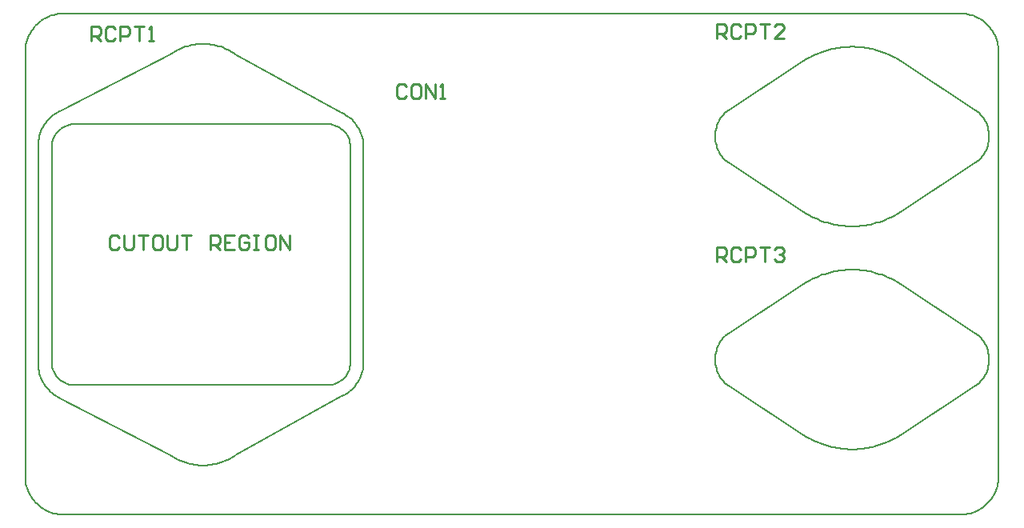
<source format=gto>
G04*
G04 #@! TF.GenerationSoftware,Altium Limited,Altium Designer,20.0.13 (296)*
G04*
G04 Layer_Color=65535*
%FSLAX44Y44*%
%MOMM*%
G71*
G01*
G75*
%ADD10C,0.2000*%
%ADD11C,0.2540*%
D10*
X613655Y909252D02*
X613734Y906733D01*
X613972Y904224D01*
X614368Y901734D01*
X614919Y899275D01*
X615625Y896855D01*
X616481Y894484D01*
X617485Y892172D01*
X618632Y889928D01*
X619919Y887760D01*
X621340Y885678D01*
X622889Y883690D01*
X624560Y881803D01*
X626347Y880025D01*
X628242Y878363D01*
X630238Y876823D01*
X632327Y875413D01*
X634500Y874137D01*
X636750Y873000D01*
X934905Y874998D02*
X937154Y876134D01*
X939328Y877411D01*
X941417Y878821D01*
X943413Y880360D01*
X945308Y882022D01*
X947095Y883800D01*
X948766Y885687D01*
X950315Y887676D01*
X951736Y889758D01*
X953022Y891926D01*
X954170Y894170D01*
X955174Y896482D01*
X956030Y898852D01*
X956736Y901272D01*
X957287Y903732D01*
X957683Y906221D01*
X957921Y908731D01*
X958000Y911250D01*
X753585Y812851D02*
X755686Y811445D01*
X757844Y810129D01*
X760055Y808905D01*
X762316Y807775D01*
X764623Y806742D01*
X766971Y805806D01*
X769356Y804970D01*
X771774Y804236D01*
X774222Y803604D01*
X776693Y803075D01*
X779185Y802651D01*
X781692Y802333D01*
X784211Y802120D01*
X786736Y802013D01*
X789264D01*
X791789Y802120D01*
X794308Y802333D01*
X796815Y802651D01*
X799307Y803075D01*
X801778Y803603D01*
X804225Y804236D01*
X806644Y804970D01*
X809029Y805806D01*
X811377Y806741D01*
X813684Y807775D01*
X815945Y808905D01*
X818156Y810129D01*
X820314Y811445D01*
X822414Y812851D01*
X636750Y1177000D02*
X634500Y1175863D01*
X632327Y1174587D01*
X630238Y1173177D01*
X628242Y1171637D01*
X626346Y1169975D01*
X624560Y1168197D01*
X622889Y1166310D01*
X621340Y1164322D01*
X619919Y1162240D01*
X618632Y1160072D01*
X617485Y1157828D01*
X616481Y1155516D01*
X615625Y1153145D01*
X614919Y1150725D01*
X614368Y1148266D01*
X613972Y1145776D01*
X613734Y1143267D01*
X613655Y1140748D01*
X958000Y1138750D02*
X957921Y1141269D01*
X957683Y1143779D01*
X957287Y1146268D01*
X956736Y1148728D01*
X956030Y1151148D01*
X955174Y1153518D01*
X954170Y1155830D01*
X953022Y1158074D01*
X951736Y1160242D01*
X950315Y1162324D01*
X948766Y1164313D01*
X947095Y1166200D01*
X945308Y1167978D01*
X943413Y1169640D01*
X941417Y1171179D01*
X939328Y1172589D01*
X937154Y1173866D01*
X934905Y1175002D01*
X822415Y1237149D02*
X820314Y1238555D01*
X818156Y1239871D01*
X815945Y1241095D01*
X813684Y1242225D01*
X811377Y1243259D01*
X809029Y1244194D01*
X806644Y1245030D01*
X804226Y1245764D01*
X801778Y1246396D01*
X799307Y1246925D01*
X796815Y1247349D01*
X794308Y1247667D01*
X791789Y1247880D01*
X789264Y1247987D01*
X786736D01*
X784211Y1247880D01*
X781692Y1247667D01*
X779185Y1247349D01*
X776693Y1246925D01*
X774222Y1246396D01*
X771774Y1245764D01*
X769356Y1245030D01*
X766971Y1244194D01*
X764623Y1243258D01*
X762316Y1242225D01*
X760055Y1241095D01*
X757844Y1239871D01*
X755686Y1238555D01*
X753585Y1237149D01*
X1522500Y996272D02*
X1520274Y997518D01*
X1518015Y998703D01*
X1515726Y999828D01*
X1513407Y1000890D01*
X1511060Y1001890D01*
X1508687Y1002827D01*
X1506290Y1003699D01*
X1503871Y1004507D01*
X1501431Y1005249D01*
X1498971Y1005926D01*
X1496495Y1006536D01*
X1494003Y1007080D01*
X1491497Y1007557D01*
X1488979Y1007966D01*
X1486451Y1008307D01*
X1483915Y1008581D01*
X1481372Y1008786D01*
X1478825Y1008923D01*
X1476275Y1008991D01*
X1473725D01*
X1471175Y1008923D01*
X1468628Y1008786D01*
X1466085Y1008581D01*
X1463549Y1008307D01*
X1461021Y1007966D01*
X1458504Y1007557D01*
X1455998Y1007080D01*
X1453506Y1006536D01*
X1451029Y1005926D01*
X1448569Y1005249D01*
X1446129Y1004507D01*
X1443710Y1003699D01*
X1441313Y1002827D01*
X1438940Y1001890D01*
X1436593Y1000890D01*
X1434274Y999828D01*
X1431985Y998704D01*
X1429726Y997518D01*
X1427500Y996273D01*
X1340251Y938749D02*
X1338549Y936920D01*
X1336981Y934975D01*
X1335556Y932922D01*
X1334281Y930774D01*
X1333163Y928540D01*
X1332207Y926231D01*
X1331418Y923861D01*
X1330800Y921440D01*
X1330356Y918981D01*
X1330089Y916497D01*
X1330000Y914000D01*
X1330089Y911503D01*
X1330356Y909019D01*
X1330800Y906560D01*
X1331418Y904139D01*
X1332207Y901769D01*
X1333163Y899461D01*
X1334281Y897226D01*
X1335556Y895078D01*
X1336981Y893025D01*
X1338549Y891080D01*
X1340251Y889251D01*
X1609749D02*
X1611451Y891080D01*
X1613019Y893025D01*
X1614444Y895078D01*
X1615719Y897226D01*
X1616837Y899461D01*
X1617793Y901769D01*
X1618582Y904139D01*
X1619200Y906560D01*
X1619644Y909019D01*
X1619911Y911503D01*
X1620000Y914000D01*
X1619911Y916497D01*
X1619644Y918981D01*
X1619200Y921440D01*
X1618582Y923861D01*
X1617793Y926231D01*
X1616837Y928540D01*
X1615719Y930774D01*
X1614444Y932923D01*
X1613019Y934975D01*
X1611451Y936920D01*
X1609749Y938749D01*
X1427500Y831728D02*
X1429726Y830482D01*
X1431985Y829297D01*
X1434274Y828172D01*
X1436593Y827110D01*
X1438940Y826110D01*
X1441313Y825173D01*
X1443710Y824301D01*
X1446129Y823493D01*
X1448569Y822751D01*
X1451029Y822074D01*
X1453506Y821464D01*
X1455998Y820920D01*
X1458504Y820443D01*
X1461021Y820034D01*
X1463549Y819693D01*
X1466085Y819419D01*
X1468628Y819214D01*
X1471175Y819077D01*
X1473725Y819009D01*
X1476275D01*
X1478825Y819077D01*
X1481372Y819214D01*
X1483915Y819419D01*
X1486451Y819693D01*
X1488979Y820034D01*
X1491496Y820443D01*
X1494002Y820920D01*
X1496494Y821464D01*
X1498971Y822074D01*
X1501430Y822751D01*
X1503871Y823493D01*
X1506290Y824301D01*
X1508687Y825173D01*
X1511060Y826110D01*
X1513407Y827110D01*
X1515726Y828172D01*
X1518015Y829296D01*
X1520274Y830482D01*
X1522500Y831727D01*
X1522500Y1232272D02*
X1520274Y1233518D01*
X1518015Y1234703D01*
X1515726Y1235828D01*
X1513407Y1236890D01*
X1511060Y1237890D01*
X1508687Y1238827D01*
X1506290Y1239699D01*
X1503871Y1240507D01*
X1501431Y1241249D01*
X1498971Y1241926D01*
X1496495Y1242536D01*
X1494003Y1243080D01*
X1491497Y1243557D01*
X1488979Y1243966D01*
X1486451Y1244307D01*
X1483915Y1244581D01*
X1481372Y1244786D01*
X1478825Y1244923D01*
X1476275Y1244991D01*
X1473725D01*
X1471175Y1244923D01*
X1468628Y1244786D01*
X1466085Y1244581D01*
X1463549Y1244307D01*
X1461021Y1243966D01*
X1458504Y1243557D01*
X1455998Y1243080D01*
X1453506Y1242536D01*
X1451029Y1241926D01*
X1448569Y1241249D01*
X1446129Y1240507D01*
X1443710Y1239699D01*
X1441313Y1238827D01*
X1438940Y1237890D01*
X1436593Y1236890D01*
X1434274Y1235828D01*
X1431985Y1234704D01*
X1429726Y1233518D01*
X1427500Y1232272D01*
X1340251Y1174749D02*
X1338549Y1172920D01*
X1336981Y1170975D01*
X1335556Y1168922D01*
X1334281Y1166774D01*
X1333163Y1164539D01*
X1332207Y1162231D01*
X1331418Y1159861D01*
X1330800Y1157440D01*
X1330356Y1154981D01*
X1330089Y1152497D01*
X1330000Y1150000D01*
X1330089Y1147503D01*
X1330356Y1145019D01*
X1330800Y1142560D01*
X1331418Y1140139D01*
X1332207Y1137769D01*
X1333163Y1135460D01*
X1334281Y1133226D01*
X1335556Y1131077D01*
X1336981Y1129025D01*
X1338549Y1127080D01*
X1340251Y1125251D01*
X1609749D02*
X1611451Y1127080D01*
X1613019Y1129025D01*
X1614444Y1131078D01*
X1615719Y1133226D01*
X1616837Y1135461D01*
X1617793Y1137769D01*
X1618582Y1140139D01*
X1619200Y1142560D01*
X1619644Y1145019D01*
X1619911Y1147503D01*
X1620000Y1150000D01*
X1619911Y1152497D01*
X1619644Y1154981D01*
X1619200Y1157440D01*
X1618582Y1159861D01*
X1617793Y1162231D01*
X1616837Y1164539D01*
X1615719Y1166774D01*
X1614444Y1168923D01*
X1613019Y1170975D01*
X1611451Y1172920D01*
X1609749Y1174749D01*
X1427500Y1067728D02*
X1429726Y1066482D01*
X1431985Y1065296D01*
X1434274Y1064172D01*
X1436593Y1063110D01*
X1438940Y1062110D01*
X1441313Y1061173D01*
X1443710Y1060301D01*
X1446129Y1059493D01*
X1448569Y1058751D01*
X1451029Y1058074D01*
X1453506Y1057464D01*
X1455998Y1056920D01*
X1458504Y1056443D01*
X1461021Y1056034D01*
X1463549Y1055693D01*
X1466085Y1055419D01*
X1468628Y1055214D01*
X1471175Y1055077D01*
X1473725Y1055009D01*
X1476275D01*
X1478825Y1055077D01*
X1481372Y1055214D01*
X1483915Y1055419D01*
X1486451Y1055693D01*
X1488979Y1056034D01*
X1491496Y1056443D01*
X1494002Y1056920D01*
X1496494Y1057464D01*
X1498971Y1058074D01*
X1501430Y1058751D01*
X1503871Y1059493D01*
X1506290Y1060301D01*
X1508687Y1061173D01*
X1511060Y1062110D01*
X1513407Y1063110D01*
X1515726Y1064172D01*
X1518015Y1065296D01*
X1520274Y1066482D01*
X1522500Y1067727D01*
X613655Y909252D02*
Y1140748D01*
X958000Y911250D02*
Y1138750D01*
X636750Y873000D02*
X753585Y812851D01*
X822415D02*
X934905Y874998D01*
X636750Y1177000D02*
X753585Y1237149D01*
X822415D02*
X934905Y1175002D01*
X1340251Y938749D02*
X1427500Y996272D01*
X1340251Y889251D02*
X1427500Y831728D01*
X1522500Y996272D02*
X1609749Y938749D01*
X1522500Y831728D02*
X1609749Y889251D01*
X1340251Y1174749D02*
X1427500Y1232272D01*
X1340251Y1125251D02*
X1427500Y1067728D01*
X1522500Y1232272D02*
X1609749Y1174749D01*
X1522500Y1067728D02*
X1609749Y1125251D01*
X920000Y887000D02*
X922509Y887132D01*
X924990Y887524D01*
X927416Y888175D01*
X929762Y889075D01*
X932000Y890215D01*
X934107Y891584D01*
X936059Y893165D01*
X937835Y894941D01*
X939416Y896893D01*
X940785Y899000D01*
X941925Y901238D01*
X942825Y903584D01*
X943476Y906010D01*
X943868Y908491D01*
X944000Y911000D01*
X944000Y1139000D02*
X943869Y1141509D01*
X943476Y1143990D01*
X942825Y1146416D01*
X941925Y1148762D01*
X940785Y1151000D01*
X939417Y1153107D01*
X937835Y1155059D01*
X936059Y1156835D01*
X934107Y1158416D01*
X932000Y1159785D01*
X929762Y1160925D01*
X927417Y1161825D01*
X924990Y1162476D01*
X922509Y1162868D01*
X920000Y1163000D01*
X652000Y1163000D02*
X649491Y1162869D01*
X647010Y1162476D01*
X644584Y1161825D01*
X642238Y1160925D01*
X640000Y1159785D01*
X637893Y1158417D01*
X635941Y1156835D01*
X634165Y1155059D01*
X632584Y1153107D01*
X631215Y1151000D01*
X630075Y1148762D01*
X629175Y1146416D01*
X628525Y1143990D01*
X628131Y1141509D01*
X628000Y1139000D01*
X628000Y911000D02*
X628131Y908491D01*
X628524Y906010D01*
X629175Y903584D01*
X630075Y901238D01*
X631215Y899000D01*
X632584Y896893D01*
X634165Y894941D01*
X635941Y893165D01*
X637893Y891584D01*
X640000Y890215D01*
X642238Y889075D01*
X644584Y888175D01*
X647010Y887524D01*
X649491Y887132D01*
X652000Y887000D01*
X1630000Y1240000D02*
X1629921Y1242512D01*
X1629685Y1245013D01*
X1629292Y1247495D01*
X1628743Y1249948D01*
X1628042Y1252361D01*
X1627191Y1254725D01*
X1626193Y1257031D01*
X1625052Y1259270D01*
X1623773Y1261433D01*
X1622361Y1263511D01*
X1620820Y1265497D01*
X1619159Y1267382D01*
X1617382Y1269159D01*
X1615497Y1270820D01*
X1613511Y1272361D01*
X1611433Y1273773D01*
X1609270Y1275052D01*
X1607031Y1276193D01*
X1604725Y1277191D01*
X1602361Y1278042D01*
X1599948Y1278743D01*
X1597495Y1279292D01*
X1595013Y1279685D01*
X1592512Y1279921D01*
X1590000Y1280000D01*
X1590000Y750000D02*
X1592512Y750079D01*
X1595013Y750315D01*
X1597495Y750708D01*
X1599948Y751257D01*
X1602361Y751958D01*
X1604725Y752809D01*
X1607031Y753807D01*
X1609270Y754948D01*
X1611433Y756227D01*
X1613511Y757639D01*
X1615497Y759180D01*
X1617382Y760841D01*
X1619159Y762618D01*
X1620821Y764503D01*
X1622361Y766489D01*
X1623773Y768567D01*
X1625052Y770730D01*
X1626193Y772969D01*
X1627191Y775275D01*
X1628042Y777639D01*
X1628743Y780052D01*
X1629292Y782505D01*
X1629685Y784987D01*
X1629921Y787488D01*
X1630000Y790000D01*
X600000D02*
X600079Y787488D01*
X600315Y784987D01*
X600709Y782505D01*
X601257Y780052D01*
X601958Y777639D01*
X602809Y775275D01*
X603807Y772969D01*
X604948Y770730D01*
X606227Y768567D01*
X607639Y766489D01*
X609179Y764503D01*
X610841Y762618D01*
X612618Y760841D01*
X614503Y759179D01*
X616489Y757639D01*
X618567Y756227D01*
X620730Y754948D01*
X622969Y753807D01*
X625275Y752809D01*
X627639Y751958D01*
X630052Y751257D01*
X632505Y750708D01*
X634987Y750315D01*
X637489Y750079D01*
X640000Y750000D01*
Y1280000D02*
X637488Y1279921D01*
X634987Y1279685D01*
X632505Y1279292D01*
X630052Y1278743D01*
X627639Y1278042D01*
X625275Y1277191D01*
X622969Y1276193D01*
X620730Y1275052D01*
X618567Y1273773D01*
X616489Y1272361D01*
X614503Y1270820D01*
X612618Y1269159D01*
X610841Y1267382D01*
X609179Y1265497D01*
X607639Y1263511D01*
X606227Y1261433D01*
X604948Y1259270D01*
X603807Y1257031D01*
X602809Y1254725D01*
X601958Y1252361D01*
X601257Y1249948D01*
X600709Y1247495D01*
X600315Y1245013D01*
X600079Y1242512D01*
X600000Y1240000D01*
X944000Y911000D02*
Y1139000D01*
X652000Y1163000D02*
X920000D01*
X652000Y887000D02*
X920000D01*
X628000Y911000D02*
Y1139000D01*
X1630000Y790000D02*
Y1240000D01*
X640000Y750000D02*
X1590000D01*
X600000Y790000D02*
Y1240000D01*
X640000Y1280000D02*
X1590000D01*
D11*
X670000Y1251000D02*
Y1266235D01*
X677617D01*
X680157Y1263696D01*
Y1258617D01*
X677617Y1256078D01*
X670000D01*
X675078D02*
X680157Y1251000D01*
X695392Y1263696D02*
X692853Y1266235D01*
X687774D01*
X685235Y1263696D01*
Y1253539D01*
X687774Y1251000D01*
X692853D01*
X695392Y1253539D01*
X700470Y1251000D02*
Y1266235D01*
X708088D01*
X710627Y1263696D01*
Y1258617D01*
X708088Y1256078D01*
X700470D01*
X715705Y1266235D02*
X725862D01*
X720784D01*
Y1251000D01*
X730940D02*
X736019D01*
X733480D01*
Y1266235D01*
X730940Y1263696D01*
X1331468Y1017534D02*
Y1032769D01*
X1339086D01*
X1341625Y1030230D01*
Y1025152D01*
X1339086Y1022612D01*
X1331468D01*
X1336546D02*
X1341625Y1017534D01*
X1356860Y1030230D02*
X1354321Y1032769D01*
X1349242D01*
X1346703Y1030230D01*
Y1020073D01*
X1349242Y1017534D01*
X1354321D01*
X1356860Y1020073D01*
X1361938Y1017534D02*
Y1032769D01*
X1369556D01*
X1372095Y1030230D01*
Y1025152D01*
X1369556Y1022612D01*
X1361938D01*
X1377173Y1032769D02*
X1387330D01*
X1382252D01*
Y1017534D01*
X1392408Y1030230D02*
X1394948Y1032769D01*
X1400026D01*
X1402565Y1030230D01*
Y1027691D01*
X1400026Y1025152D01*
X1397487D01*
X1400026D01*
X1402565Y1022612D01*
Y1020073D01*
X1400026Y1017534D01*
X1394948D01*
X1392408Y1020073D01*
X1331650Y1253586D02*
Y1268821D01*
X1339267D01*
X1341807Y1266282D01*
Y1261204D01*
X1339267Y1258664D01*
X1331650D01*
X1336728D02*
X1341807Y1253586D01*
X1357042Y1266282D02*
X1354503Y1268821D01*
X1349424D01*
X1346885Y1266282D01*
Y1256125D01*
X1349424Y1253586D01*
X1354503D01*
X1357042Y1256125D01*
X1362120Y1253586D02*
Y1268821D01*
X1369738D01*
X1372277Y1266282D01*
Y1261204D01*
X1369738Y1258664D01*
X1362120D01*
X1377355Y1268821D02*
X1387512D01*
X1382434D01*
Y1253586D01*
X1402747D02*
X1392590D01*
X1402747Y1263743D01*
Y1266282D01*
X1400208Y1268821D01*
X1395130D01*
X1392590Y1266282D01*
X1003694Y1203319D02*
X1001154Y1205858D01*
X996076D01*
X993537Y1203319D01*
Y1193162D01*
X996076Y1190623D01*
X1001154D01*
X1003694Y1193162D01*
X1016390Y1205858D02*
X1011311D01*
X1008772Y1203319D01*
Y1193162D01*
X1011311Y1190623D01*
X1016390D01*
X1018929Y1193162D01*
Y1203319D01*
X1016390Y1205858D01*
X1024007Y1190623D02*
Y1205858D01*
X1034164Y1190623D01*
Y1205858D01*
X1039242Y1190623D02*
X1044321D01*
X1041781D01*
Y1205858D01*
X1039242Y1203319D01*
X699697Y1043236D02*
X697158Y1045775D01*
X692079D01*
X689540Y1043236D01*
Y1033079D01*
X692079Y1030540D01*
X697158D01*
X699697Y1033079D01*
X704775Y1045775D02*
Y1033079D01*
X707314Y1030540D01*
X712393D01*
X714932Y1033079D01*
Y1045775D01*
X720010D02*
X730167D01*
X725089D01*
Y1030540D01*
X742863Y1045775D02*
X737784D01*
X735245Y1043236D01*
Y1033079D01*
X737784Y1030540D01*
X742863D01*
X745402Y1033079D01*
Y1043236D01*
X742863Y1045775D01*
X750480D02*
Y1033079D01*
X753019Y1030540D01*
X758098D01*
X760637Y1033079D01*
Y1045775D01*
X765715D02*
X775872D01*
X770794D01*
Y1030540D01*
X796186D02*
Y1045775D01*
X803803D01*
X806342Y1043236D01*
Y1038158D01*
X803803Y1035618D01*
X796186D01*
X801264D02*
X806342Y1030540D01*
X821577Y1045775D02*
X811421D01*
Y1030540D01*
X821577D01*
X811421Y1038158D02*
X816499D01*
X836812Y1043236D02*
X834273Y1045775D01*
X829195D01*
X826656Y1043236D01*
Y1033079D01*
X829195Y1030540D01*
X834273D01*
X836812Y1033079D01*
Y1038158D01*
X831734D01*
X841891Y1045775D02*
X846969D01*
X844430D01*
Y1030540D01*
X841891D01*
X846969D01*
X862204Y1045775D02*
X857126D01*
X854587Y1043236D01*
Y1033079D01*
X857126Y1030540D01*
X862204D01*
X864743Y1033079D01*
Y1043236D01*
X862204Y1045775D01*
X869822Y1030540D02*
Y1045775D01*
X879978Y1030540D01*
Y1045775D01*
M02*

</source>
